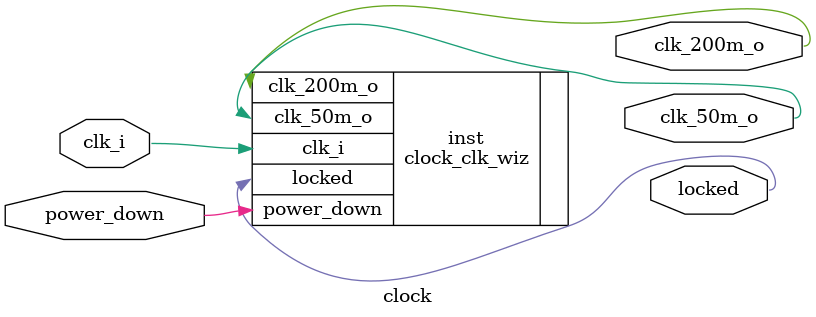
<source format=v>


`timescale 1ps/1ps

(* CORE_GENERATION_INFO = "clock,clk_wiz_v6_0_0_0,{component_name=clock,use_phase_alignment=true,use_min_o_jitter=false,use_max_i_jitter=false,use_dyn_phase_shift=false,use_inclk_switchover=false,use_dyn_reconfig=false,enable_axi=0,feedback_source=FDBK_AUTO,PRIMITIVE=MMCM,num_out_clk=2,clkin1_period=20.000,clkin2_period=10.0,use_power_down=true,use_reset=false,use_locked=true,use_inclk_stopped=false,feedback_type=SINGLE,CLOCK_MGR_TYPE=NA,manual_override=false}" *)

module clock 
 (
  // Clock out ports
  output        clk_50m_o,
  output        clk_200m_o,
  // Status and control signals
  input         power_down,
  output        locked,
 // Clock in ports
  input         clk_i
 );

  clock_clk_wiz inst
  (
  // Clock out ports  
  .clk_50m_o(clk_50m_o),
  .clk_200m_o(clk_200m_o),
  // Status and control signals               
  .power_down(power_down),
  .locked(locked),
 // Clock in ports
  .clk_i(clk_i)
  );

endmodule

</source>
